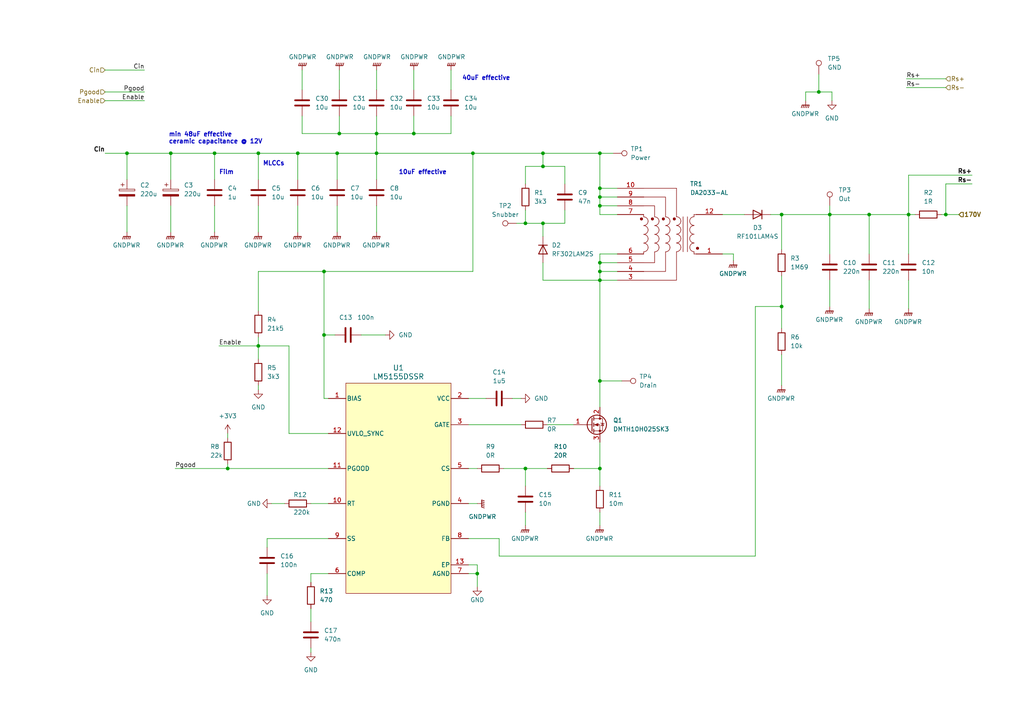
<source format=kicad_sch>
(kicad_sch (version 20230121) (generator eeschema)
  (paper "A4")
  (lib_symbols
    (symbol "Connector:TestPoint" (pin_numbers hide) (pin_names (offset 0.762) hide)
      (property "Reference" "TP" (at 0 6.858 0))
      (property "Value" "TestPoint" (at 0 5.08 0))
      (symbol "TestPoint_0_1"
        (circle (center 0 3.302) (radius 0.762))
      )
      (symbol "TestPoint_1_1"
        (pin passive line (at 0 0 90) (length 2.54) (name "1") (number "1"))
      )
    )
    (symbol "Device:C" (pin_numbers hide) (pin_names (offset 0.254))
      (property "Reference" "C" (at 0.635 2.54 0))
      (property "Value" "C" (at 0.635 -2.54 0))
      (symbol "C_0_1"
        (polyline (pts (xy -2.032 -0.762) (xy 2.032 -0.762)) (stroke (width 0.508)))
        (polyline (pts (xy -2.032 0.762) (xy 2.032 0.762)) (stroke (width 0.508)))
      )
      (symbol "C_1_1"
        (pin passive line (at 0 3.81 270) (length 2.794) (name "~") (number "1"))
        (pin passive line (at 0 -3.81 90) (length 2.794) (name "~") (number "2"))
      )
    )
    (symbol "Device:C_Polarized" (pin_numbers hide) (pin_names (offset 0.254))
      (property "Reference" "C" (at 0.635 2.54 0))
      (property "Value" "C_Polarized" (at 0.635 -2.54 0))
      (symbol "C_Polarized_0_1"
        (rectangle (start -2.286 0.508) (end 2.286 1.016))
        (polyline (pts (xy -1.778 2.286) (xy -0.762 2.286)))
        (polyline (pts (xy -1.27 2.794) (xy -1.27 1.778)))
        (rectangle (start 2.286 -0.508) (end -2.286 -1.016) (fill (type outline)))
      )
      (symbol "C_Polarized_1_1"
        (pin passive line (at 0 3.81 270) (length 2.794) (name "~") (number "1"))
        (pin passive line (at 0 -3.81 90) (length 2.794) (name "~") (number "2"))
      )
    )
    (symbol "Device:D" (pin_numbers hide) (pin_names (offset 1.016) hide)
      (property "Reference" "D" (at 0 2.54 0))
      (property "Value" "D" (at 0 -2.54 0))
      (symbol "D_0_1"
        (polyline (pts (xy -1.27 1.27) (xy -1.27 -1.27)) (stroke (width 0.254)))
        (polyline (pts (xy 1.27 0) (xy -1.27 0)))
        (polyline (pts (xy 1.27 1.27) (xy 1.27 -1.27) (xy -1.27 0) (xy 1.27 1.27)) (stroke (width 0.254)))
      )
      (symbol "D_1_1"
        (pin passive line (at -3.81 0 0) (length 2.54) (name "K") (number "1"))
        (pin passive line (at 3.81 0 180) (length 2.54) (name "A") (number "2"))
      )
    )
    (symbol "Device:R" (pin_numbers hide) (pin_names (offset 0))
      (property "Reference" "R" (at 2.032 0 90))
      (property "Value" "R" (at 0 0 90))
      (symbol "R_0_1"
        (rectangle (start -1.016 -2.54) (end 1.016 2.54) (stroke (width 0.254)))
      )
      (symbol "R_1_1"
        (pin passive line (at 0 3.81 270) (length 1.27) (name "~") (number "1"))
        (pin passive line (at 0 -3.81 90) (length 1.27) (name "~") (number "2"))
      )
    )
    (symbol "Nixie_PSU:DA2033-AL"
      (property "Reference" "TR" (at 12.065 8.89 0))
      (symbol "DA2033-AL_0_1"
        (arc (start -6.3317 -5.7339) (mid -5.4478 -5.3656) (end -5.0617 -4.4893))
        (arc (start -6.3317 -3.1939) (mid -5.4478 -2.8256) (end -5.0617 -1.9493))
        (arc (start -6.3317 -0.6539) (mid -5.4478 -0.2856) (end -5.0617 0.5907))
        (arc (start -6.3317 1.8861) (mid -5.4478 2.2544) (end -5.0617 3.1307))
        (arc (start -5.0617 -4.4893) (mid -5.4337 -3.5913) (end -6.3317 -3.2193))
        (arc (start -5.0617 -1.9493) (mid -5.4337 -1.0513) (end -6.3317 -0.6793))
        (arc (start -5.0617 0.5907) (mid -5.4337 1.4887) (end -6.3317 1.8607))
        (arc (start -5.0617 3.1307) (mid -5.4337 4.0287) (end -6.3317 4.4007))
        (arc (start -3.1567 -5.7339) (mid -2.2728 -5.3656) (end -1.8867 -4.4893))
        (arc (start -3.1567 -3.1939) (mid -2.2728 -2.8256) (end -1.8867 -1.9493))
        (arc (start -3.1567 -0.6539) (mid -2.2728 -0.2856) (end -1.8867 0.5907))
        (arc (start -3.1567 1.8861) (mid -2.2728 2.2544) (end -1.8867 3.1307))
        (arc (start -1.8867 -4.4893) (mid -2.2587 -3.5913) (end -3.1567 -3.2193))
        (arc (start -1.8867 -1.9493) (mid -2.2587 -1.0513) (end -3.1567 -0.6793))
        (arc (start -1.8867 0.5907) (mid -2.2587 1.4887) (end -3.1567 1.8607))
        (arc (start -1.8867 3.1307) (mid -2.2587 4.0287) (end -3.1567 4.4007))
        (polyline (pts (xy 5.08 4.445) (xy 5.08 -5.715)))
        (polyline (pts (xy 6.35 -5.715) (xy 6.35 4.445)))
        (polyline (pts (xy 8.255 -6.35) (xy 8.255 -5.715)))
        (polyline (pts (xy 8.255 5.08) (xy 8.255 4.445)))
        (polyline (pts (xy 8.89 -6.35) (xy 8.255 -6.35)))
        (polyline (pts (xy 8.89 5.08) (xy 8.255 5.08)))
        (arc (start 0.0183 -5.7339) (mid 0.9022 -5.3656) (end 1.2883 -4.4893))
        (arc (start 0.0183 -3.1939) (mid 0.9022 -2.8256) (end 1.2883 -1.9493))
        (arc (start 0.0183 -0.6539) (mid 0.9022 -0.2856) (end 1.2883 0.5907))
        (arc (start 0.0183 1.8861) (mid 0.9022 2.2544) (end 1.2883 3.1307))
        (arc (start 1.2883 -4.4893) (mid 0.9163 -3.5913) (end 0.0183 -3.2193))
        (arc (start 1.2883 -1.9493) (mid 0.9163 -1.0513) (end 0.0183 -0.6793))
        (arc (start 1.2883 0.5907) (mid 0.9163 1.4887) (end 0.0183 1.8607))
        (arc (start 1.2883 3.1307) (mid 0.9163 4.0287) (end 0.0183 4.4007))
        (arc (start 3.175 -5.6896) (mid 4.0589 -5.3213) (end 4.445 -4.445))
        (arc (start 3.175 -3.1496) (mid 4.0589 -2.7813) (end 4.445 -1.905))
        (arc (start 3.175 -0.6096) (mid 4.0589 -0.2413) (end 4.445 0.635))
        (arc (start 3.175 1.9304) (mid 4.0589 2.2987) (end 4.445 3.175))
        (arc (start 4.445 -4.445) (mid 4.073 -3.547) (end 3.175 -3.175))
        (arc (start 4.445 -1.905) (mid 4.073 -1.007) (end 3.175 -0.635))
        (arc (start 4.445 0.635) (mid 4.073 1.533) (end 3.175 1.905))
        (arc (start 4.445 3.175) (mid 4.073 4.073) (end 3.175 4.445))
        (arc (start 7.0104 -1.905) (mid 7.3749 -2.7851) (end 8.255 -3.1496))
        (arc (start 7.0104 0.635) (mid 7.3749 -0.2451) (end 8.255 -0.6096))
        (arc (start 7.0104 3.175) (mid 7.3749 2.2949) (end 8.255 1.9304))
        (arc (start 7.0358 -4.445) (mid 7.4004 -5.3249) (end 8.2804 -5.6896))
        (arc (start 8.255 -0.635) (mid 7.3608 -1.0035) (end 7.0104 -1.905))
        (arc (start 8.255 1.905) (mid 7.3608 1.5365) (end 7.0104 0.635))
        (arc (start 8.255 4.445) (mid 7.3608 4.0765) (end 7.0104 3.175))
        (arc (start 8.2804 -3.175) (mid 7.3859 -3.5433) (end 7.0358 -4.445))
      )
      (symbol "DA2033-AL_1_1"
        (circle (center -6.985 3.81) (radius 0.3592) (fill (type outline)))
        (circle (center -3.81 3.81) (radius 0.3592) (fill (type outline)))
        (circle (center -0.635 3.81) (radius 0.3592) (fill (type outline)))
        (polyline (pts (xy -6.35 -5.715) (xy -6.35 -6.35)))
        (polyline (pts (xy -6.35 5.08) (xy -6.35 4.445)))
        (polyline (pts (xy 3.175 4.445) (xy 3.175 12.7)))
        (polyline (pts (xy 3.175 12.7) (xy -6.35 12.7)))
        (polyline (pts (xy -6.35 -13.97) (xy 3.175 -13.97) (xy 3.175 -5.715)))
        (polyline (pts (xy -6.35 -11.43) (xy 0 -11.43) (xy 0 -5.715)))
        (polyline (pts (xy -6.35 -8.89) (xy -3.175 -8.89) (xy -3.175 -5.715)))
        (polyline (pts (xy -3.175 4.445) (xy -3.175 7.62) (xy -6.35 7.62)))
        (polyline (pts (xy 0 4.445) (xy 0 10.16) (xy -6.35 10.16)))
        (circle (center 2.54 3.81) (radius 0.3592) (fill (type outline)))
        (circle (center 9.271 -4.699) (radius 0.3592) (fill (type outline)))
        (pin passive line (at 16.51 -6.35 180) (length 7.62) (name "~") (number "1"))
        (pin passive line (at -13.97 12.7 0) (length 7.62) (name "~") (number "10"))
        (pin passive line (at 16.51 5.08 180) (length 7.62) (name "~") (number "12"))
        (pin passive line (at -13.97 -13.97 0) (length 7.62) (name "~") (number "3"))
        (pin passive line (at -13.97 -11.43 0) (length 7.62) (name "~") (number "4"))
        (pin passive line (at -13.97 -8.89 0) (length 7.62) (name "~") (number "5"))
        (pin passive line (at -13.97 -6.35 0) (length 7.62) (name "~") (number "6"))
        (pin passive line (at -13.97 5.08 0) (length 7.62) (name "~") (number "7"))
        (pin passive line (at -13.97 7.62 0) (length 7.62) (name "~") (number "8"))
        (pin passive line (at -13.97 10.16 0) (length 7.62) (name "~") (number "9"))
      )
    )
    (symbol "Nixie_PSU:LM5155DSSR" (pin_names (offset 0.254))
      (property "Reference" "U" (at 0 2.54 0))
      (property "Value" "LM5155DSSR" (at 0 -3.81 0))
      (symbol "LM5155DSSR_0_1"
        (pin power_in line (at -20.32 25.4 0) (length 5.08) (name "BIAS") (number "1"))
        (pin input line (at -20.32 -5.08 0) (length 5.08) (name "RT") (number "10"))
        (pin open_collector line (at -20.32 5.08 0) (length 5.08) (name "PGOOD") (number "11"))
        (pin input line (at -20.32 15.24 0) (length 5.08) (name "UVLO_SYNC") (number "12"))
        (pin unspecified line (at 20.32 -22.86 180) (length 5.08) (name "EP") (number "13"))
        (pin power_in line (at 20.32 25.4 180) (length 5.08) (name "VCC") (number "2"))
        (pin output line (at 20.32 17.78 180) (length 5.08) (name "GATE") (number "3"))
        (pin power_in line (at 20.32 -5.08 180) (length 5.08) (name "PGND") (number "4"))
        (pin input line (at 20.32 5.08 180) (length 5.08) (name "CS") (number "5"))
        (pin output line (at -20.32 -25.4 0) (length 5.08) (name "COMP") (number "6"))
        (pin power_in line (at 20.32 -25.4 180) (length 5.08) (name "AGND") (number "7"))
        (pin input line (at 20.32 -15.24 180) (length 5.08) (name "FB") (number "8"))
        (pin input line (at -20.32 -15.24 0) (length 5.08) (name "SS") (number "9"))
      )
      (symbol "LM5155DSSR_1_1"
        (rectangle (start -15.24 29.845) (end 15.24 -31.115) (fill (type background)))
      )
    )
    (symbol "Transistor_FET:STD7NK40Z" (pin_names hide)
      (property "Reference" "Q" (at 5.08 1.905 0))
      (property "Value" "STD7NK40Z" (at 5.08 0 0))
      (symbol "STD7NK40Z_0_1"
        (polyline (pts (xy 0.254 0) (xy -2.54 0)))
        (polyline (pts (xy 0.254 1.905) (xy 0.254 -1.905)) (stroke (width 0.254)))
        (polyline (pts (xy 0.762 -1.27) (xy 0.762 -2.286)) (stroke (width 0.254)))
        (polyline (pts (xy 0.762 0.508) (xy 0.762 -0.508)) (stroke (width 0.254)))
        (polyline (pts (xy 0.762 2.286) (xy 0.762 1.27)) (stroke (width 0.254)))
        (polyline (pts (xy 2.54 2.54) (xy 2.54 1.778)))
        (polyline (pts (xy 2.54 -2.54) (xy 2.54 0) (xy 0.762 0)))
        (polyline (pts (xy 0.762 -1.778) (xy 3.302 -1.778) (xy 3.302 1.778) (xy 0.762 1.778)))
        (polyline (pts (xy 1.016 0) (xy 2.032 0.381) (xy 2.032 -0.381) (xy 1.016 0)) (fill (type outline)))
        (polyline (pts (xy 2.794 0.508) (xy 2.921 0.381) (xy 3.683 0.381) (xy 3.81 0.254)))
        (polyline (pts (xy 3.302 0.381) (xy 2.921 -0.254) (xy 3.683 -0.254) (xy 3.302 0.381)))
        (circle (center 1.651 0) (radius 2.794) (stroke (width 0.254)))
        (circle (center 2.54 -1.778) (radius 0.254) (fill (type outline)))
        (circle (center 2.54 1.778) (radius 0.254) (fill (type outline)))
      )
      (symbol "STD7NK40Z_1_1"
        (pin passive line (at -5.08 0 0) (length 2.54) (name "G") (number "1"))
        (pin passive line (at 2.54 5.08 270) (length 2.54) (name "D") (number "2"))
        (pin passive line (at 2.54 -5.08 90) (length 2.54) (name "S") (number "3"))
      )
    )
    (symbol "power:+3V3" (power) (pin_names (offset 0))
      (property "Value" "+3V3" (at 0 3.556 0))
      (symbol "+3V3_0_1"
        (polyline (pts (xy -0.762 1.27) (xy 0 2.54)))
        (polyline (pts (xy 0 0) (xy 0 2.54)))
        (polyline (pts (xy 0 2.54) (xy 0.762 1.27)))
      )
      (symbol "+3V3_1_1"
        (pin power_in line (at 0 0 90) (length 0) hide (name "+3V3") (number "1"))
      )
    )
    (symbol "power:GND" (power) (pin_names (offset 0))
      (property "Value" "GND" (at 0 -3.81 0))
      (symbol "GND_0_1"
        (polyline (pts (xy 0 0) (xy 0 -1.27) (xy 1.27 -1.27) (xy 0 -2.54) (xy -1.27 -1.27) (xy 0 -1.27)))
      )
      (symbol "GND_1_1"
        (pin power_in line (at 0 0 270) (length 0) hide (name "GND") (number "1"))
      )
    )
    (symbol "power:GNDPWR" (power) (pin_names (offset 0))
      (property "Value" "GNDPWR" (at 0 -3.302 0))
      (symbol "GNDPWR_0_1"
        (polyline (pts (xy 0 -1.27) (xy 0 0)))
        (polyline (pts (xy -1.016 -1.27) (xy -1.27 -2.032) (xy -1.27 -2.032)) (stroke (width 0.2032)))
        (polyline (pts (xy -0.508 -1.27) (xy -0.762 -2.032) (xy -0.762 -2.032)) (stroke (width 0.2032)))
        (polyline (pts (xy 0 -1.27) (xy -0.254 -2.032) (xy -0.254 -2.032)) (stroke (width 0.2032)))
        (polyline (pts (xy 0.508 -1.27) (xy 0.254 -2.032) (xy 0.254 -2.032)) (stroke (width 0.2032)))
        (polyline (pts (xy 1.016 -1.27) (xy -1.016 -1.27) (xy -1.016 -1.27)) (stroke (width 0.2032)))
        (polyline (pts (xy 1.016 -1.27) (xy 0.762 -2.032) (xy 0.762 -2.032) (xy 0.762 -2.032)) (stroke (width 0.2032)))
      )
      (symbol "GNDPWR_1_1"
        (pin power_in line (at 0 0 270) (length 0) hide (name "GNDPWR") (number "1"))
      )
    )
  )
  (junction (at 97.79 44.45))
  (junction (at 173.99 44.45))
  (junction (at 173.99 76.2))
  (junction (at 157.48 48.26))
  (junction (at 74.93 44.45))
  (junction (at 173.99 59.69))
  (junction (at 173.99 81.28))
  (junction (at 86.36 44.45))
  (junction (at 62.23 44.45))
  (junction (at 173.99 54.61))
  (junction (at 237.49 26.67))
  (junction (at 93.98 97.155))
  (junction (at 157.48 64.77))
  (junction (at 66.04 135.89))
  (junction (at 98.425 38.735))
  (junction (at 109.22 38.735))
  (junction (at 173.99 110.49))
  (junction (at 137.16 44.45))
  (junction (at 109.22 44.45))
  (junction (at 93.98 78.74))
  (junction (at 240.665 62.23))
  (junction (at 274.32 62.23))
  (junction (at 120.015 38.735))
  (junction (at 173.99 135.89))
  (junction (at 226.695 88.9))
  (junction (at 36.83 44.45))
  (junction (at 226.695 62.23))
  (junction (at 74.93 100.33))
  (junction (at 252.095 62.23))
  (junction (at 263.525 62.23))
  (junction (at 138.43 166.37))
  (junction (at 173.99 78.74))
  (junction (at 152.4 64.77))
  (junction (at 49.53 44.45))
  (junction (at 152.4 135.89))
  (junction (at 173.99 57.15))
  (junction (at 157.48 44.45))
  (wire (pts (xy 82.55 146.05) (xy 78.74 146.05)))
  (wire (pts (xy 163.83 60.96) (xy 163.83 64.77)))
  (wire (pts (xy 263.525 62.23) (xy 263.525 50.8)))
  (wire (pts (xy 173.99 57.15) (xy 173.99 54.61)))
  (wire (pts (xy 109.22 38.735) (xy 98.425 38.735)))
  (wire (pts (xy 173.99 110.49) (xy 180.34 110.49)))
  (wire (pts (xy 135.89 163.83) (xy 138.43 163.83)))
  (wire (pts (xy 90.17 176.53) (xy 90.17 180.34)))
  (wire (pts (xy 144.78 156.21) (xy 144.78 161.29)))
  (wire (pts (xy 74.93 100.33) (xy 74.93 104.14)))
  (wire (pts (xy 173.99 81.28) (xy 179.07 81.28)))
  (wire (pts (xy 87.63 20.32) (xy 87.63 26.035)))
  (wire (pts (xy 130.81 33.655) (xy 130.81 38.735)))
  (wire (pts (xy 274.32 62.23) (xy 274.32 53.34)))
  (wire (pts (xy 138.43 163.83) (xy 138.43 166.37)))
  (wire (pts (xy 93.98 115.57) (xy 95.25 115.57)))
  (wire (pts (xy 263.525 62.23) (xy 263.525 73.66)))
  (wire (pts (xy 149.86 64.77) (xy 152.4 64.77)))
  (wire (pts (xy 241.3 26.67) (xy 241.3 29.21)))
  (wire (pts (xy 158.75 123.19) (xy 166.37 123.19)))
  (wire (pts (xy 135.89 146.05) (xy 138.43 146.05)))
  (wire (pts (xy 120.015 20.32) (xy 120.015 26.035)))
  (wire (pts (xy 97.79 59.69) (xy 97.79 67.31)))
  (wire (pts (xy 63.5 100.33) (xy 74.93 100.33)))
  (wire (pts (xy 252.095 62.23) (xy 252.095 73.66)))
  (wire (pts (xy 74.93 111.76) (xy 74.93 113.03)))
  (wire (pts (xy 86.36 44.45) (xy 97.79 44.45)))
  (wire (pts (xy 173.99 59.69) (xy 173.99 57.15)))
  (wire (pts (xy 209.55 73.66) (xy 212.725 73.66)))
  (wire (pts (xy 36.83 59.69) (xy 36.83 67.31)))
  (wire (pts (xy 173.99 73.66) (xy 173.99 76.2)))
  (wire (pts (xy 166.37 135.89) (xy 173.99 135.89)))
  (wire (pts (xy 109.22 59.69) (xy 109.22 67.31)))
  (wire (pts (xy 50.8 135.89) (xy 66.04 135.89)))
  (wire (pts (xy 93.98 97.155) (xy 97.155 97.155)))
  (wire (pts (xy 173.99 54.61) (xy 173.99 44.45)))
  (wire (pts (xy 49.53 59.69) (xy 49.53 67.31)))
  (wire (pts (xy 219.075 161.29) (xy 219.075 88.9)))
  (wire (pts (xy 173.99 78.74) (xy 173.99 81.28)))
  (wire (pts (xy 157.48 64.77) (xy 152.4 64.77)))
  (wire (pts (xy 173.99 135.89) (xy 173.99 140.97)))
  (wire (pts (xy 30.48 26.67) (xy 41.91 26.67)))
  (wire (pts (xy 148.59 115.57) (xy 151.13 115.57)))
  (wire (pts (xy 130.81 20.32) (xy 130.81 26.035)))
  (wire (pts (xy 109.22 44.45) (xy 109.22 52.07)))
  (wire (pts (xy 233.68 29.21) (xy 233.68 26.67)))
  (wire (pts (xy 157.48 68.58) (xy 157.48 64.77)))
  (wire (pts (xy 263.525 81.28) (xy 263.525 89.535)))
  (wire (pts (xy 152.4 53.34) (xy 152.4 48.26)))
  (wire (pts (xy 98.425 20.32) (xy 98.425 26.035)))
  (wire (pts (xy 95.25 166.37) (xy 90.17 166.37)))
  (wire (pts (xy 233.68 26.67) (xy 237.49 26.67)))
  (wire (pts (xy 173.99 57.15) (xy 179.07 57.15)))
  (wire (pts (xy 179.07 54.61) (xy 173.99 54.61)))
  (wire (pts (xy 74.93 78.74) (xy 74.93 90.17)))
  (wire (pts (xy 135.89 166.37) (xy 138.43 166.37)))
  (wire (pts (xy 252.095 62.23) (xy 263.525 62.23)))
  (wire (pts (xy 273.05 62.23) (xy 274.32 62.23)))
  (wire (pts (xy 135.89 115.57) (xy 140.97 115.57)))
  (wire (pts (xy 86.36 44.45) (xy 86.36 52.07)))
  (wire (pts (xy 74.93 44.45) (xy 74.93 52.07)))
  (wire (pts (xy 274.32 62.23) (xy 278.13 62.23)))
  (wire (pts (xy 109.22 33.655) (xy 109.22 38.735)))
  (wire (pts (xy 97.79 44.45) (xy 97.79 52.07)))
  (wire (pts (xy 135.89 135.89) (xy 138.43 135.89)))
  (wire (pts (xy 173.99 59.69) (xy 179.07 59.69)))
  (wire (pts (xy 66.04 135.89) (xy 95.25 135.89)))
  (wire (pts (xy 66.04 125.73) (xy 66.04 127)))
  (wire (pts (xy 83.82 100.33) (xy 74.93 100.33)))
  (wire (pts (xy 90.17 187.96) (xy 90.17 189.23)))
  (wire (pts (xy 240.665 62.23) (xy 252.095 62.23)))
  (wire (pts (xy 74.93 78.74) (xy 93.98 78.74)))
  (wire (pts (xy 83.82 125.73) (xy 83.82 100.33)))
  (wire (pts (xy 240.665 62.23) (xy 240.665 73.66)))
  (wire (pts (xy 173.99 110.49) (xy 173.99 118.11)))
  (wire (pts (xy 157.48 64.77) (xy 163.83 64.77)))
  (wire (pts (xy 152.4 148.59) (xy 152.4 152.4)))
  (wire (pts (xy 90.17 166.37) (xy 90.17 168.91)))
  (wire (pts (xy 104.775 97.155) (xy 111.76 97.155)))
  (wire (pts (xy 98.425 38.735) (xy 87.63 38.735)))
  (wire (pts (xy 87.63 38.735) (xy 87.63 33.655)))
  (wire (pts (xy 95.25 156.21) (xy 77.47 156.21)))
  (wire (pts (xy 93.98 97.155) (xy 93.98 115.57)))
  (wire (pts (xy 173.99 78.74) (xy 179.07 78.74)))
  (wire (pts (xy 95.25 125.73) (xy 83.82 125.73)))
  (wire (pts (xy 226.695 88.9) (xy 226.695 95.25)))
  (wire (pts (xy 157.48 81.28) (xy 173.99 81.28)))
  (wire (pts (xy 36.83 44.45) (xy 36.83 52.07)))
  (wire (pts (xy 93.98 78.74) (xy 137.16 78.74)))
  (wire (pts (xy 157.48 44.45) (xy 157.48 48.26)))
  (wire (pts (xy 74.93 59.69) (xy 74.93 67.31)))
  (wire (pts (xy 49.53 44.45) (xy 49.53 52.07)))
  (wire (pts (xy 173.99 81.28) (xy 173.99 110.49)))
  (wire (pts (xy 135.89 123.19) (xy 151.13 123.19)))
  (wire (pts (xy 240.665 81.28) (xy 240.665 88.9)))
  (wire (pts (xy 219.075 88.9) (xy 226.695 88.9)))
  (wire (pts (xy 66.04 135.89) (xy 66.04 134.62)))
  (wire (pts (xy 173.99 44.45) (xy 177.8 44.45)))
  (wire (pts (xy 77.47 156.21) (xy 77.47 158.75)))
  (wire (pts (xy 90.17 146.05) (xy 95.25 146.05)))
  (wire (pts (xy 263.525 62.23) (xy 265.43 62.23)))
  (wire (pts (xy 77.47 166.37) (xy 77.47 172.72)))
  (wire (pts (xy 240.665 59.69) (xy 240.665 62.23)))
  (wire (pts (xy 137.16 44.45) (xy 157.48 44.45)))
  (wire (pts (xy 120.015 38.735) (xy 109.22 38.735)))
  (wire (pts (xy 152.4 48.26) (xy 157.48 48.26)))
  (wire (pts (xy 226.695 62.23) (xy 226.695 72.39)))
  (wire (pts (xy 237.49 26.67) (xy 241.3 26.67)))
  (wire (pts (xy 49.53 44.45) (xy 62.23 44.45)))
  (wire (pts (xy 146.05 135.89) (xy 152.4 135.89)))
  (wire (pts (xy 130.81 38.735) (xy 120.015 38.735)))
  (wire (pts (xy 262.89 22.86) (xy 274.32 22.86)))
  (wire (pts (xy 179.07 62.23) (xy 173.99 62.23)))
  (wire (pts (xy 86.36 59.69) (xy 86.36 67.31)))
  (wire (pts (xy 74.93 97.79) (xy 74.93 100.33)))
  (wire (pts (xy 173.99 44.45) (xy 157.48 44.45)))
  (wire (pts (xy 74.93 44.45) (xy 86.36 44.45)))
  (wire (pts (xy 36.83 44.45) (xy 49.53 44.45)))
  (wire (pts (xy 109.22 20.32) (xy 109.22 26.035)))
  (wire (pts (xy 109.22 44.45) (xy 137.16 44.45)))
  (wire (pts (xy 262.89 25.4) (xy 274.32 25.4)))
  (wire (pts (xy 157.48 48.26) (xy 163.83 48.26)))
  (wire (pts (xy 62.23 44.45) (xy 62.23 52.07)))
  (wire (pts (xy 135.89 156.21) (xy 144.78 156.21)))
  (wire (pts (xy 274.32 53.34) (xy 281.94 53.34)))
  (wire (pts (xy 163.83 48.26) (xy 163.83 53.34)))
  (wire (pts (xy 237.49 21.59) (xy 237.49 26.67)))
  (wire (pts (xy 173.99 62.23) (xy 173.99 59.69)))
  (wire (pts (xy 30.48 20.32) (xy 41.91 20.32)))
  (wire (pts (xy 173.99 76.2) (xy 179.07 76.2)))
  (wire (pts (xy 152.4 64.77) (xy 152.4 60.96)))
  (wire (pts (xy 226.695 62.23) (xy 240.665 62.23)))
  (wire (pts (xy 109.22 38.735) (xy 109.22 44.45)))
  (wire (pts (xy 93.98 78.74) (xy 93.98 97.155)))
  (wire (pts (xy 226.695 80.01) (xy 226.695 88.9)))
  (wire (pts (xy 212.725 73.66) (xy 212.725 75.565)))
  (wire (pts (xy 144.78 161.29) (xy 219.075 161.29)))
  (wire (pts (xy 179.07 73.66) (xy 173.99 73.66)))
  (wire (pts (xy 173.99 76.2) (xy 173.99 78.74)))
  (wire (pts (xy 62.23 59.69) (xy 62.23 67.31)))
  (wire (pts (xy 209.55 62.23) (xy 215.9 62.23)))
  (wire (pts (xy 120.015 33.655) (xy 120.015 38.735)))
  (wire (pts (xy 263.525 50.8) (xy 281.94 50.8)))
  (wire (pts (xy 137.16 78.74) (xy 137.16 44.45)))
  (wire (pts (xy 30.48 29.21) (xy 41.91 29.21)))
  (wire (pts (xy 173.99 128.27) (xy 173.99 135.89)))
  (wire (pts (xy 223.52 62.23) (xy 226.695 62.23)))
  (wire (pts (xy 98.425 33.655) (xy 98.425 38.735)))
  (wire (pts (xy 173.99 148.59) (xy 173.99 152.4)))
  (wire (pts (xy 152.4 140.97) (xy 152.4 135.89)))
  (wire (pts (xy 252.095 81.28) (xy 252.095 89.535)))
  (wire (pts (xy 138.43 166.37) (xy 138.43 170.18)))
  (wire (pts (xy 62.23 44.45) (xy 74.93 44.45)))
  (wire (pts (xy 97.79 44.45) (xy 109.22 44.45)))
  (wire (pts (xy 226.695 102.87) (xy 226.695 111.76)))
  (wire (pts (xy 30.48 44.45) (xy 36.83 44.45)))
  (wire (pts (xy 152.4 135.89) (xy 158.75 135.89)))
  (wire (pts (xy 157.48 76.2) (xy 157.48 81.28)))
  (text "40uF effective" (at 133.985 23.495 0) (effects (font (size 1.27 1.27) bold) (justify left bottom)))
  (text "10uF effective" (at 115.57 50.8 0) (effects (font (size 1.27 1.27) bold) (justify left bottom)))
  (text "MLCCs" (at 76.2 48.26 0) (effects (font (size 1.27 1.27) (thickness 0.254) bold) (justify left bottom)))
  (text "Film" (at 63.5 50.8 0) (effects (font (size 1.27 1.27) (thickness 0.254) bold) (justify left bottom)))
  (text "min 48uF effective\nceramic capacitance @ 12V\n" (at 48.895 41.91 0) (effects (font (size 1.27 1.27) (thickness 0.254) bold) (justify left bottom)))
  (label "Rs+" (at 262.89 22.86 0))
  (label "Rs+" (at 281.94 50.8 180) (effects (font (thickness 0.254) bold)))
  (label "Cin" (at 30.48 44.45 180) (effects (font (thickness 0.254) bold)))
  (label "Rs-" (at 262.89 25.4 0))
  (label "Rs-" (at 281.94 53.34 180) (effects (font bold)))
  (label "Enable" (at 41.91 29.21 180))
  (label "Pgood" (at 50.8 135.89 0))
  (label "Cin" (at 41.91 20.32 180))
  (label "Enable" (at 63.5 100.33 0))
  (label "Pgood" (at 41.91 26.67 180))
  (hierarchical_label "Enable" (shape input) (at 30.48 29.21 180))
  (hierarchical_label "170V" (shape input) (at 278.13 62.23 0) (effects (font bold)))
  (hierarchical_label "Cin" (shape input) (at 30.48 20.32 180))
  (hierarchical_label "Rs-" (shape input) (at 274.32 25.4 0))
  (hierarchical_label "Rs+" (shape input) (at 274.32 22.86 0))
  (hierarchical_label "Pgood" (shape input) (at 30.48 26.67 180))
  (symbol (lib_id "Device:R") (at 90.17 172.72 180) (unit 1)
    (property "Reference" "R13" (at 92.71 171.45 0) (effects (justify right)))
    (property "Value" "470" (at 92.71 173.99 0) (effects (justify right)))
    (property "Footprint" "Resistor_SMD:R_0805_2012Metric_Pad1.20x1.40mm_HandSolder" (effects hide))
    (property "MPN" "CR-05FL7--470R" (effects hide))
    (property "Voltage" "-" (effects hide))
  )
  (symbol (lib_id "Device:R") (at 142.24 135.89 90) (unit 1)
    (property "Reference" "R9" (at 142.24 129.54 90))
    (property "Value" "0R" (at 142.24 132.08 90))
    (property "Footprint" "Resistor_SMD:R_0805_2012Metric_Pad1.20x1.40mm_HandSolder" (effects hide))
    (property "MPN" "CRCW08050000Z0ECC" (effects hide))
    (property "Voltage" "150 V" (effects hide))
  )
  (symbol (lib_id "Transistor_FET:STD7NK40Z") (at 171.45 123.19 0) (unit 1)
    (property "Reference" "Q1" (at 177.8 121.92 0) (effects (justify left)))
    (property "Value" "DMTH10H025SK3" (at 177.8 124.46 0) (effects (justify left)))
    (property "Footprint" "Package_TO_SOT_SMD:TO-252-2" (effects hide))
    (property "Datasheet" "https://eu.mouser.com/ProductDetail/Diodes-Incorporated/DMTH10H025SK3-13?qs=y6ZabgHbY%252BxXMMrJH1TS2g%3D%3D" (effects hide))
    (property "MPN" "DMTH10H025SK3-13" (effects hide))
    (property "Voltage" "100 V" (effects hide))
  )
  (symbol (lib_id "power:GNDPWR") (at 36.83 67.31 0) (unit 1)
    (property "Reference" "#PWR08" (effects hide))
    (property "Value" "GNDPWR" (at 36.703 71.12 0))
  )
  (symbol (lib_id "Device:C") (at 252.095 77.47 0) (unit 1)
    (property "Reference" "C11" (at 255.905 76.2 0) (effects (justify left)))
    (property "Value" "220n" (at 255.905 78.74 0) (effects (justify left)))
    (property "Footprint" "Capacitor_THT:C_Rect_L13.0mm_W5.0mm_P10.00mm_FKS3_FKP3_MKS4" (effects hide))
    (property "MPN" "B32521C3224J000" (effects hide))
    (property "Voltage" "250 V" (effects hide))
  )
  (symbol (lib_id "Device:C") (at 90.17 184.15 0) (unit 1)
    (property "Reference" "C17" (at 93.98 182.88 0) (effects (justify left)))
    (property "Value" "470n" (at 93.98 185.42 0) (effects (justify left)))
    (property "Footprint" "Capacitor_SMD:C_0805_2012Metric_Pad1.18x1.45mm_HandSolder" (effects hide))
    (property "MPN" "0805F474Z500NT" (effects hide))
    (property "Voltage" "50 V" (effects hide))
  )
  (symbol (lib_id "Device:R") (at 66.04 130.81 0) (unit 1)
    (property "Reference" "R8" (at 60.96 129.54 0) (effects (justify left)))
    (property "Value" "22k" (at 60.96 132.08 0) (effects (justify left)))
    (property "Footprint" "Resistor_SMD:R_0805_2012Metric_Pad1.20x1.40mm_HandSolder" (effects hide))
    (property "MPN" "CR0805-FX-2202ELF" (effects hide))
    (property "Voltage" "150 V" (effects hide))
  )
  (symbol (lib_id "power:GNDPWR") (at 138.43 146.05 90) (unit 1)
    (property "Reference" "#PWR024" (effects hide))
    (property "Value" "GNDPWR" (at 135.89 149.86 90) (effects (justify right)))
  )
  (symbol (lib_id "power:GND") (at 111.76 97.155 90) (unit 1)
    (property "Reference" "#PWR015" (effects hide))
    (property "Value" "GND" (at 115.57 97.155 90) (effects (justify right)))
  )
  (symbol (lib_id "power:GNDPWR") (at 120.015 20.32 180) (unit 1)
    (property "Reference" "#PWR067" (effects hide))
    (property "Value" "GNDPWR" (at 120.142 16.51 0))
  )
  (symbol (lib_id "Device:D") (at 157.48 72.39 270) (unit 1)
    (property "Reference" "D2" (at 160.02 71.12 90) (effects (justify left)))
    (property "Value" "RF302LAM2S" (at 160.02 73.66 90) (effects (justify left)))
    (property "Footprint" "Diode_SMD:D_SOD-128" (effects hide))
    (property "MPN" "RF302LAM2S" (effects hide))
    (property "Voltage" "200 V" (effects hide))
  )
  (symbol (lib_id "power:GNDPWR") (at 109.22 20.32 180) (unit 1)
    (property "Reference" "#PWR066" (effects hide))
    (property "Value" "GNDPWR" (at 109.347 16.51 0))
  )
  (symbol (lib_id "Device:C") (at 120.015 29.845 0) (unit 1)
    (property "Reference" "C33" (at 123.825 28.575 0) (effects (justify left)))
    (property "Value" "10u" (at 123.825 31.115 0) (effects (justify left)))
    (property "Footprint" "Capacitor_SMD:C_1210_3225Metric_Pad1.33x2.70mm_HandSolder" (effects hide))
    (property "MPN" "CL32B106KBJNNNE" (effects hide))
    (property "Voltage" "50 V" (effects hide))
  )
  (symbol (lib_id "power:GND") (at 74.93 113.03 0) (unit 1)
    (property "Reference" "#PWR019" (effects hide))
    (property "Value" "GND" (at 74.93 118.11 0))
  )
  (symbol (lib_id "Device:R") (at 86.36 146.05 270) (unit 1)
    (property "Reference" "R12" (at 85.09 143.51 90) (effects (justify left)))
    (property "Value" "220k" (at 85.09 148.59 90) (effects (justify left)))
    (property "Footprint" "Resistor_SMD:R_0805_2012Metric_Pad1.20x1.40mm_HandSolder" (effects hide))
    (property "MPN" "CRGCQ0805F220K" (effects hide))
    (property "Voltage" "150 V" (effects hide))
  )
  (symbol (lib_id "Connector:TestPoint") (at 237.49 21.59 0) (unit 1)
    (property "Reference" "TP5" (at 240.03 17.018 0) (effects (justify left)))
    (property "Value" "GND" (at 240.03 19.558 0) (effects (justify left)))
    (property "Footprint" "nixie_psu_lib:5003" (effects hide))
    (property "MPN" "534-5003" (effects hide))
    (property "Voltage" "N/A" (effects hide))
  )
  (symbol (lib_id "Device:C") (at 97.79 55.88 0) (unit 1)
    (property "Reference" "C7" (at 101.6 54.61 0) (effects (justify left)))
    (property "Value" "10u" (at 101.6 57.15 0) (effects (justify left)))
    (property "Footprint" "Capacitor_SMD:C_0805_2012Metric_Pad1.18x1.45mm_HandSolder" (effects hide))
    (property "MPN" "GRM21BZ71E106KE15L" (effects hide))
    (property "Voltage" "25 V" (effects hide))
  )
  (symbol (lib_id "power:GNDPWR") (at 152.4 152.4 0) (unit 1)
    (property "Reference" "#PWR025" (effects hide))
    (property "Value" "GNDPWR" (at 152.273 156.21 0))
  )
  (symbol (lib_id "power:GND") (at 151.13 115.57 90) (unit 1)
    (property "Reference" "#PWR020" (effects hide))
    (property "Value" "GND" (at 154.94 115.57 90) (effects (justify right)))
  )
  (symbol (lib_id "power:GNDPWR") (at 226.695 111.76 0) (unit 1)
    (property "Reference" "#PWR021" (effects hide))
    (property "Value" "GNDPWR" (at 226.568 115.57 0))
  )
  (symbol (lib_id "power:GNDPWR") (at 62.23 67.31 0) (unit 1)
    (property "Reference" "#PWR010" (effects hide))
    (property "Value" "GNDPWR" (at 62.103 71.12 0))
  )
  (symbol (lib_id "power:GND") (at 138.43 170.18 0) (unit 1)
    (property "Reference" "#PWR027" (effects hide))
    (property "Value" "GND" (at 138.43 173.99 0))
  )
  (symbol (lib_id "Device:C") (at 109.22 55.88 0) (unit 1)
    (property "Reference" "C8" (at 113.03 54.61 0) (effects (justify left)))
    (property "Value" "10u" (at 113.03 57.15 0) (effects (justify left)))
    (property "Footprint" "Capacitor_SMD:C_0805_2012Metric_Pad1.18x1.45mm_HandSolder" (effects hide))
    (property "MPN" "GRM21BZ71E106KE15L" (effects hide))
    (property "Voltage" "25 V" (effects hide))
  )
  (symbol (lib_id "power:GND") (at 90.17 189.23 0) (unit 1)
    (property "Reference" "#PWR029" (effects hide))
    (property "Value" "GND" (at 90.17 194.31 0))
  )
  (symbol (lib_id "Device:C") (at 152.4 144.78 180) (unit 1)
    (property "Reference" "C15" (at 156.21 143.51 0) (effects (justify right)))
    (property "Value" "10n" (at 156.21 146.05 0) (effects (justify right)))
    (property "Footprint" "Capacitor_SMD:C_0805_2012Metric_Pad1.18x1.45mm_HandSolder" (effects hide))
    (property "MPN" "CGA4F2X7R2A103K " (effects hide))
    (property "Voltage" "50 V" (effects hide))
  )
  (symbol (lib_id "power:GNDPWR") (at 87.63 20.32 180) (unit 1)
    (property "Reference" "#PWR064" (effects hide))
    (property "Value" "GNDPWR" (at 87.757 16.51 0))
  )
  (symbol (lib_id "Device:C") (at 130.81 29.845 0) (unit 1)
    (property "Reference" "C34" (at 134.62 28.575 0) (effects (justify left)))
    (property "Value" "10u" (at 134.62 31.115 0) (effects (justify left)))
    (property "Footprint" "Capacitor_SMD:C_1210_3225Metric_Pad1.33x2.70mm_HandSolder" (effects hide))
    (property "MPN" "CL32B106KBJNNNE" (effects hide))
    (property "Voltage" "50 V" (effects hide))
  )
  (symbol (lib_id "power:GNDPWR") (at 212.725 75.565 0) (unit 1)
    (property "Reference" "#PWR07" (effects hide))
    (property "Value" "GNDPWR" (at 212.598 79.375 0))
  )
  (symbol (lib_id "power:GNDPWR") (at 130.81 20.32 180) (unit 1)
    (property "Reference" "#PWR068" (effects hide))
    (property "Value" "GNDPWR" (at 130.937 16.51 0))
  )
  (symbol (lib_id "Device:C") (at 98.425 29.845 0) (unit 1)
    (property "Reference" "C31" (at 102.235 28.575 0) (effects (justify left)))
    (property "Value" "10u" (at 102.235 31.115 0) (effects (justify left)))
    (property "Footprint" "Capacitor_SMD:C_1210_3225Metric_Pad1.33x2.70mm_HandSolder" (effects hide))
    (property "MPN" "CL32B106KBJNNNE" (effects hide))
    (property "Voltage" "50 V" (effects hide))
  )
  (symbol (lib_id "power:GND") (at 78.74 146.05 270) (unit 1)
    (property "Reference" "#PWR023" (effects hide))
    (property "Value" "GND" (at 73.66 146.05 90))
  )
  (symbol (lib_id "Device:C") (at 109.22 29.845 0) (unit 1)
    (property "Reference" "C32" (at 113.03 28.575 0) (effects (justify left)))
    (property "Value" "10u" (at 113.03 31.115 0) (effects (justify left)))
    (property "Footprint" "Capacitor_SMD:C_1210_3225Metric_Pad1.33x2.70mm_HandSolder" (effects hide))
    (property "MPN" "CL32B106KBJNNNE" (effects hide))
    (property "Voltage" "50 V" (effects hide))
  )
  (symbol (lib_id "power:GNDPWR") (at 233.68 29.21 0) (unit 1)
    (property "Reference" "#PWR05" (effects hide))
    (property "Value" "GNDPWR" (at 233.553 33.02 0))
  )
  (symbol (lib_id "Device:D") (at 219.71 62.23 180) (unit 1)
    (property "Reference" "D3" (at 219.71 66.04 0))
    (property "Value" "RF101LAM4S" (at 219.71 68.58 0))
    (property "Footprint" "Diode_SMD:D_SOD-128" (effects hide))
    (property "MPN" "RF101LAM4STR" (effects hide))
    (property "Voltage" "400 V" (effects hide))
  )
  (symbol (lib_id "Device:R") (at 154.94 123.19 90) (unit 1)
    (property "Reference" "R7" (at 160.02 121.92 90))
    (property "Value" "0R" (at 160.02 124.46 90))
    (property "Footprint" "Resistor_SMD:R_0805_2012Metric_Pad1.20x1.40mm_HandSolder" (effects hide))
    (property "MPN" "CRCW08050000Z0ECC" (effects hide))
    (property "Voltage" "150 V" (effects hide))
  )
  (symbol (lib_id "Nixie_PSU:DA2033-AL") (at 193.04 67.31 0) (unit 1)
    (property "Reference" "TR1" (at 201.93 53.34 0))
    (property "Value" "DA2033-AL" (at 205.74 55.88 0))
    (property "Footprint" "nixie_psu_lib:DA2033-AL" (effects hide))
    (property "MPN" "DA2033-ALD" (effects hide))
    (property "Voltage" "750 V" (effects hide))
  )
  (symbol (lib_id "power:GNDPWR") (at 109.22 67.31 0) (unit 1)
    (property "Reference" "#PWR014" (effects hide))
    (property "Value" "GNDPWR" (at 109.093 71.12 0))
  )
  (symbol (lib_id "Connector:TestPoint") (at 177.8 44.45 270) (unit 1)
    (property "Reference" "TP1" (at 182.88 43.18 90) (effects (justify left)))
    (property "Value" "Power" (at 182.88 45.72 90) (effects (justify left)))
    (property "Footprint" "nixie_psu_lib:5003" (effects hide))
    (property "MPN" "534-5003" (effects hide))
    (property "Voltage" "N/A" (effects hide))
  )
  (symbol (lib_id "Device:R") (at 226.695 76.2 0) (unit 1)
    (property "Reference" "R3" (at 229.235 74.93 0) (effects (justify left)))
    (property "Value" "1M69" (at 229.235 77.47 0) (effects (justify left)))
    (property "Footprint" "Resistor_SMD:R_0805_2012Metric_Pad1.20x1.40mm_HandSolder" (effects hide))
    (property "MPN" "KTR10EZPF1694" (effects hide))
    (property "Voltage" "400 V" (effects hide))
  )
  (symbol (lib_id "power:GNDPWR") (at 263.525 89.535 0) (unit 1)
    (property "Reference" "#PWR018" (effects hide))
    (property "Value" "GNDPWR" (at 263.398 93.345 0))
  )
  (symbol (lib_id "power:GNDPWR") (at 86.36 67.31 0) (unit 1)
    (property "Reference" "#PWR012" (effects hide))
    (property "Value" "GNDPWR" (at 86.233 71.12 0))
  )
  (symbol (lib_id "Device:C") (at 240.665 77.47 0) (unit 1)
    (property "Reference" "C10" (at 244.475 76.2 0) (effects (justify left)))
    (property "Value" "220n" (at 244.475 78.74 0) (effects (justify left)))
    (property "Footprint" "Capacitor_THT:C_Rect_L13.0mm_W5.0mm_P10.00mm_FKS3_FKP3_MKS4" (effects hide))
    (property "MPN" "B32521C3224J000" (effects hide))
    (property "Voltage" "250 V" (effects hide))
  )
  (symbol (lib_id "Device:R") (at 226.695 99.06 0) (unit 1)
    (property "Reference" "R6" (at 229.235 97.79 0) (effects (justify left)))
    (property "Value" "10k" (at 229.235 100.33 0) (effects (justify left)))
    (property "Footprint" "Resistor_SMD:R_0805_2012Metric_Pad1.20x1.40mm_HandSolder" (effects hide))
    (property "MPN" "ERJ-P06F1002V" (effects hide))
    (property "Voltage" "400 V" (effects hide))
  )
  (symbol (lib_id "Device:C") (at 87.63 29.845 0) (unit 1)
    (property "Reference" "C30" (at 91.44 28.575 0) (effects (justify left)))
    (property "Value" "10u" (at 91.44 31.115 0) (effects (justify left)))
    (property "Footprint" "Capacitor_SMD:C_1210_3225Metric_Pad1.33x2.70mm_HandSolder" (effects hide))
    (property "MPN" "CL32B106KBJNNNE" (effects hide))
    (property "Voltage" "50 V" (effects hide))
  )
  (symbol (lib_id "Device:R") (at 173.99 144.78 0) (unit 1)
    (property "Reference" "R11" (at 176.53 143.51 0) (effects (justify left)))
    (property "Value" "10m" (at 176.53 146.05 0) (effects (justify left)))
    (property "Footprint" "Resistor_SMD:R_1206_3216Metric_Pad1.30x1.75mm_HandSolder" (effects hide))
    (property "Voltage" "N/A" (effects hide))
    (property "MPN" "LRP06FTDTR010 " (effects hide))
  )
  (symbol (lib_id "power:GNDPWR") (at 97.79 67.31 0) (unit 1)
    (property "Reference" "#PWR013" (effects hide))
    (property "Value" "GNDPWR" (at 97.663 71.12 0))
  )
  (symbol (lib_id "power:GNDPWR") (at 252.095 89.535 0) (unit 1)
    (property "Reference" "#PWR017" (effects hide))
    (property "Value" "GNDPWR" (at 251.968 93.345 0))
  )
  (symbol (lib_id "Device:C") (at 77.47 162.56 0) (unit 1)
    (property "Reference" "C16" (at 81.28 161.29 0) (effects (justify left)))
    (property "Value" "100n" (at 81.28 163.83 0) (effects (justify left)))
    (property "Footprint" "Capacitor_SMD:C_0805_2012Metric_Pad1.18x1.45mm_HandSolder" (effects hide))
    (property "MPN" "CL21B104KCFNNNE" (effects hide))
    (property "Voltage" "100 V" (effects hide))
  )
  (symbol (lib_id "Device:C") (at 74.93 55.88 0) (unit 1)
    (property "Reference" "C5" (at 78.74 54.61 0) (effects (justify left)))
    (property "Value" "10u" (at 78.74 57.15 0) (effects (justify left)))
    (property "Footprint" "Capacitor_SMD:C_0805_2012Metric_Pad1.18x1.45mm_HandSolder" (effects hide))
    (property "MPN" "GRM21BZ71E106KE15L" (effects hide))
    (property "Voltage" "25 V" (effects hide))
  )
  (symbol (lib_id "Device:C") (at 144.78 115.57 90) (unit 1)
    (property "Reference" "C14" (at 144.78 107.95 90))
    (property "Value" "1u5" (at 144.78 110.49 90))
    (property "Footprint" "Capacitor_SMD:C_0805_2012Metric_Pad1.18x1.45mm_HandSolder" (effects hide))
    (property "MPN" "C2012X7R1E155K125AC" (effects hide))
    (property "Voltage" "25 V" (effects hide))
  )
  (symbol (lib_id "Device:R") (at 74.93 107.95 0) (unit 1)
    (property "Reference" "R5" (at 77.47 106.68 0) (effects (justify left)))
    (property "Value" "3k3" (at 77.47 109.22 0) (effects (justify left)))
    (property "Footprint" "Resistor_SMD:R_0805_2012Metric_Pad1.20x1.40mm_HandSolder" (effects hide))
    (property "Voltage" "-" (effects hide))
  )
  (symbol (lib_id "power:+3V3") (at 66.04 125.73 0) (unit 1)
    (property "Reference" "#PWR022" (effects hide))
    (property "Value" "+3V3" (at 66.04 120.65 0))
  )
  (symbol (lib_id "Device:C") (at 86.36 55.88 0) (unit 1)
    (property "Reference" "C6" (at 90.17 54.61 0) (effects (justify left)))
    (property "Value" "10u" (at 90.17 57.15 0) (effects (justify left)))
    (property "Footprint" "Capacitor_SMD:C_0805_2012Metric_Pad1.18x1.45mm_HandSolder" (effects hide))
    (property "MPN" "GRM21BZ71E106KE15L" (effects hide))
    (property "Voltage" "25 V" (effects hide))
  )
  (symbol (lib_id "power:GNDPWR") (at 49.53 67.31 0) (unit 1)
    (property "Reference" "#PWR09" (effects hide))
    (property "Value" "GNDPWR" (at 49.403 71.12 0))
  )
  (symbol (lib_id "Device:C") (at 163.83 57.15 0) (unit 1)
    (property "Reference" "C9" (at 167.64 55.88 0) (effects (justify left)))
    (property "Value" "47n" (at 167.64 58.42 0) (effects (justify left)))
    (property "Footprint" "Capacitor_SMD:C_1210_3225Metric_Pad1.33x2.70mm_HandSolder" (effects hide))
    (property "MPN" "LDEEB2470KA0N00" (effects hide))
    (property "Voltage" "100 V" (effects hide))
  )
  (symbol (lib_id "power:GNDPWR") (at 98.425 20.32 180) (unit 1)
    (property "Reference" "#PWR065" (effects hide))
    (property "Value" "GNDPWR" (at 98.552 16.51 0))
  )
  (symbol (lib_id "Device:R") (at 74.93 93.98 0) (unit 1)
    (property "Reference" "R4" (at 77.47 92.71 0) (effects (justify left)))
    (property "Value" "21k5" (at 77.47 95.25 0) (effects (justify left)))
    (property "Footprint" "Resistor_SMD:R_0805_2012Metric_Pad1.20x1.40mm_HandSolder" (effects hide))
    (property "MPN" "CR-05FL7--21K5" (effects hide))
    (property "Voltage" "-" (effects hide))
  )
  (symbol (lib_id "power:GND") (at 77.47 172.72 0) (unit 1)
    (property "Reference" "#PWR028" (effects hide))
    (property "Value" "GND" (at 77.47 177.8 0))
  )
  (symbol (lib_id "Device:C_Polarized") (at 49.53 55.88 0) (unit 1)
    (property "Reference" "C3" (at 53.34 53.721 0) (effects (justify left)))
    (property "Value" "220u" (at 53.34 56.261 0) (effects (justify left)))
    (property "Footprint" "Capacitor_THT:CP_Radial_D8.0mm_P3.50mm" (effects hide))
    (property "MPN" "A750KS227M1EEAE015" (effects hide))
    (property "Voltage" "25 V" (effects hide))
  )
  (symbol (lib_id "Connector:TestPoint") (at 180.34 110.49 270) (unit 1)
    (property "Reference" "TP4" (at 185.42 109.22 90) (effects (justify left)))
    (property "Value" "Drain" (at 185.42 111.76 90) (effects (justify left)))
    (property "Footprint" "nixie_psu_lib:5003" (effects hide))
    (property "MPN" "534-5003" (effects hide))
    (property "Voltage" "N/A" (effects hide))
  )
  (symbol (lib_id "Device:R") (at 162.56 135.89 90) (unit 1)
    (property "Reference" "R10" (at 162.56 129.54 90))
    (property "Value" "20R" (at 162.56 132.08 90))
    (property "Footprint" "Resistor_SMD:R_0805_2012Metric_Pad1.20x1.40mm_HandSolder" (effects hide))
    (property "MPN" "ERJ-6ENF20R0V" (effects hide))
    (property "Voltage" "150 V" (effects hide))
  )
  (symbol (lib_id "Device:R") (at 152.4 57.15 0) (unit 1)
    (property "Reference" "R1" (at 154.94 55.88 0) (effects (justify left)))
    (property "Value" "3k3" (at 154.94 58.42 0) (effects (justify left)))
    (property "Footprint" "Resistor_SMD:R_1206_3216Metric_Pad1.30x1.75mm_HandSolder" (effects hide))
    (property "MPN" "SG73P2BTTD3301F" (effects hide))
    (property "Voltage" "200 V" (effects hide))
  )
  (symbol (lib_id "Connector:TestPoint") (at 240.665 59.69 0) (unit 1)
    (property "Reference" "TP3" (at 243.205 55.118 0) (effects (justify left)))
    (property "Value" "Out" (at 243.205 57.658 0) (effects (justify left)))
    (property "Footprint" "nixie_psu_lib:5003" (effects hide))
    (property "MPN" "534-5003" (effects hide))
    (property "Voltage" "N/A" (effects hide))
  )
  (symbol (lib_id "power:GNDPWR") (at 173.99 152.4 0) (unit 1)
    (property "Reference" "#PWR026" (effects hide))
    (property "Value" "GNDPWR" (at 173.863 156.21 0))
  )
  (symbol (lib_id "Device:C") (at 100.965 97.155 90) (unit 1)
    (property "Reference" "C13" (at 102.235 92.075 90) (effects (justify left)))
    (property "Value" "100n" (at 108.585 92.075 90) (effects (justify left)))
    (property "Footprint" "Capacitor_SMD:C_0805_2012Metric_Pad1.18x1.45mm_HandSolder" (effects hide))
    (property "MPN" "CL21B104KCFNNNE" (effects hide))
    (property "Voltage" "100 V" (effects hide))
  )
  (symbol (lib_id "Connector:TestPoint") (at 149.86 64.77 90) (unit 1)
    (property "Reference" "TP2" (at 146.558 59.69 90))
    (property "Value" "Snubber" (at 146.558 62.23 90))
    (property "Footprint" "nixie_psu_lib:5003" (effects hide))
    (property "MPN" "534-5003" (effects hide))
    (property "Voltage" "N/A" (effects hide))
  )
  (symbol (lib_id "Device:C") (at 263.525 77.47 0) (unit 1)
    (property "Reference" "C12" (at 267.335 76.2 0) (effects (justify left)))
    (property "Value" "10n" (at 267.335 78.74 0) (effects (justify left)))
    (property "Footprint" "Capacitor_SMD:C_0805_2012Metric_Pad1.18x1.45mm_HandSolder" (effects hide))
    (property "MPN" "885342207010" (effects hide))
    (property "Voltage" "250 V" (effects hide))
  )
  (symbol (lib_id "power:GNDPWR") (at 240.665 88.9 0) (unit 1)
    (property "Reference" "#PWR016" (effects hide))
    (property "Value" "GNDPWR" (at 240.538 92.71 0))
  )
  (symbol (lib_id "Device:C") (at 62.23 55.88 0) (unit 1)
    (property "Reference" "C4" (at 66.04 54.61 0) (effects (justify left)))
    (property "Value" "1u" (at 66.04 57.15 0) (effects (justify left)))
    (property "Footprint" "Capacitor_THT:C_Rect_L7.2mm_W4.5mm_P5.00mm_FKS2_FKP2_MKS2_MKP2" (effects hide))
    (property "MPN" "B32529C0105J189" (effects hide))
    (property "Voltage" "63 V" (effects hide))
  )
  (symbol (lib_id "power:GNDPWR") (at 74.93 67.31 0) (unit 1)
    (property "Reference" "#PWR011" (effects hide))
    (property "Value" "GNDPWR" (at 74.803 71.12 0))
  )
  (symbol (lib_id "Device:C_Polarized") (at 36.83 55.88 0) (unit 1)
    (property "Reference" "C2" (at 40.64 53.721 0) (effects (justify left)))
    (property "Value" "220u" (at 40.64 56.261 0) (effects (justify left)))
    (property "Footprint" "Capacitor_THT:CP_Radial_D8.0mm_P3.50mm" (effects hide))
    (property "MPN" "A750KS227M1EEAE015" (effects hide))
    (property "Voltage" "25 V" (effects hide))
  )
  (symbol (lib_id "Nixie_PSU:LM5155DSSR") (at 115.57 140.97 0) (unit 1)
    (property "Reference" "U1" (at 115.57 106.68 0) (effects (font (size 1.524 1.524))))
    (property "Value" "LM5155DSSR" (at 115.57 109.22 0) (effects (font (size 1.524 1.524))))
    (property "Footprint" "nixie_psu_lib:DSS0012B" (effects hide))
    (property "Datasheet" "LM5155DSSR" (effects hide))
    (property "MPN" "LM51551DSSR" (effects hide))
    (property "Voltage" "45 V" (effects hide))
  )
  (symbol (lib_id "Device:R") (at 269.24 62.23 90) (unit 1)
    (property "Reference" "R2" (at 269.24 55.88 90))
    (property "Value" "1R" (at 269.24 58.42 90))
    (property "Footprint" "Resistor_SMD:R_1210_3225Metric_Pad1.30x2.65mm_HandSolder" (effects hide))
    (property "MPN" "ERJ-14BQF1R0U" (effects hide))
    (property "Voltage" "N/A" (effects hide))
  )
  (symbol (lib_id "power:GND") (at 241.3 29.21 0) (unit 1)
    (property "Reference" "#PWR06" (effects hide))
    (property "Value" "GND" (at 241.3 34.29 0))
  )
)
</source>
